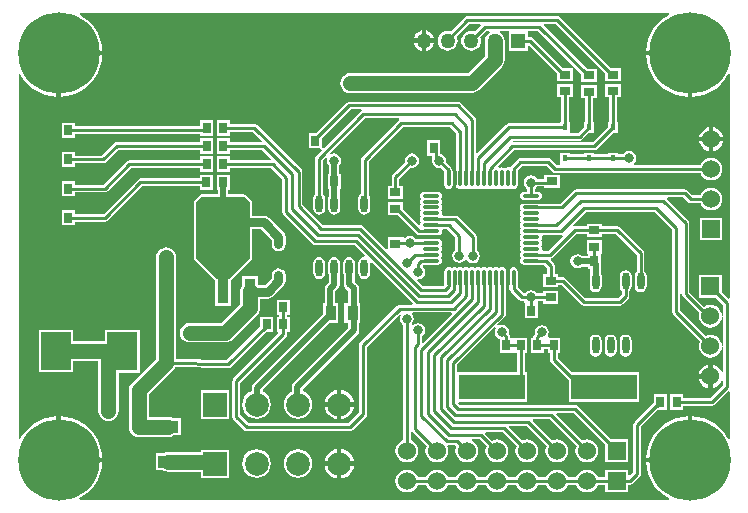
<source format=gbr>
%FSTAX23Y23*%
%MOIN*%
%SFA1B1*%

%IPPOS*%
%ADD10R,0.220000X0.083000*%
%ADD11R,0.027559X0.035433*%
%ADD12O,0.023622X0.057087*%
%ADD13R,0.037402X0.084646*%
%ADD14R,0.127953X0.084646*%
%ADD15O,0.011811X0.057087*%
%ADD16O,0.057087X0.011811*%
%ADD17R,0.035433X0.027559*%
%ADD18R,0.037402X0.051181*%
%ADD19R,0.066929X0.041339*%
%ADD20R,0.021654X0.017716*%
%ADD21R,0.017716X0.021654*%
%ADD22R,0.098425X0.125000*%
%ADD23C,0.050000*%
%ADD24C,0.010000*%
%ADD25C,0.020000*%
%ADD26C,0.030000*%
%ADD27C,0.009842*%
%ADD28C,0.019685*%
%ADD29C,0.060000*%
%ADD30R,0.060000X0.060000*%
%ADD31C,0.050000*%
%ADD32R,0.050000X0.050000*%
%ADD33C,0.078740*%
%ADD34R,0.078740X0.078740*%
%ADD35R,0.060000X0.060000*%
%ADD36C,0.271654*%
%ADD37C,0.039370*%
%ADD38C,0.031496*%
%LNpcb1_copper_signal_top-1*%
%LPD*%
G36*
X02179Y01628D02*
X02162Y01618D01*
X02144Y01603*
X02129Y01585*
X02117Y01566*
X02108Y01545*
X02103Y01522*
X02102Y01507*
X02248*
Y015*
X02255*
Y01354*
X0227Y01355*
X02293Y0136*
X02314Y01369*
X02334Y01381*
X02351Y01396*
X02366Y01414*
X02376Y0143*
X02381Y01429*
Y00682*
X02376Y0068*
X02354Y00702*
Y0076*
X02278*
Y00684*
X02336*
X02359Y0066*
Y00624*
X02354Y00624*
X02353Y00632*
X02349Y00641*
X02343Y00649*
X02335Y00655*
X02326Y00659*
X02316Y0066*
X02306Y00659*
X02297Y00655*
X02296Y00654*
X02246Y00703*
Y00934*
X02245Y00939*
X02242Y00943*
X02172Y01014*
X02174Y01019*
X02226*
X02241Y01004*
X02245Y01001*
X0225Y01*
X02283*
X02285Y00994*
X02291Y00986*
X02299Y0098*
X02308Y00976*
X02318Y00975*
X02328Y00976*
X02337Y0098*
X02345Y00986*
X02351Y00994*
X02355Y01003*
X02356Y01013*
X02355Y01023*
X02351Y01032*
X02345Y0104*
X02337Y01046*
X02328Y0105*
X02318Y01051*
X02308Y0105*
X02299Y01046*
X02291Y0104*
X02285Y01032*
X02283Y01026*
X02256*
X02241Y01041*
X02236Y01044*
X02231Y01045*
X01868*
X01863Y01044*
X01859Y01041*
X01816Y00998*
X01745*
X0174Y00999*
X01695*
X0169Y00998*
X01685Y00995*
X01682Y0099*
X01681Y00985*
X01682Y00979*
X01685Y00975*
X01682Y0097*
X01681Y00965*
X01682Y0096*
X01685Y00955*
X01682Y00951*
X01681Y00945*
X01682Y0094*
X01685Y00935*
X01682Y00931*
X01681Y00926*
X01682Y0092*
X01685Y00916*
X01682Y00911*
X01681Y00906*
X01682Y00901*
X01685Y00896*
X01682Y00892*
X01681Y00886*
X01682Y00881*
X01685Y00876*
X01682Y00872*
X01681Y00867*
X01682Y00861*
X01685Y00857*
X01682Y00852*
X01681Y00847*
X01682Y00842*
X01685Y00837*
X01682Y00833*
X01681Y00827*
X01682Y00822*
X01685Y00817*
X01682Y00813*
X01681Y00808*
X01682Y00802*
X01685Y00798*
X0169Y00795*
X01695Y00793*
X0174*
X01745Y00794*
X01761*
X01771Y00784*
Y00763*
X01758*
Y00719*
X01809*
Y00728*
X01818*
X01884Y00662*
X01888Y00659*
X01893Y00658*
X02013*
X02018Y00659*
X02023Y00662*
X02043Y00682*
X02045Y00686*
X02046Y00691*
Y00707*
X02047Y00708*
X02052Y00715*
X02053Y00722*
Y00756*
X02052Y00763*
X02047Y0077*
X02041Y00774*
X02033Y00776*
X02026Y00774*
X02019Y0077*
X02015Y00763*
X02013Y00756*
Y00722*
X02015Y00715*
X02019Y00708*
X0202Y00707*
Y00696*
X02008Y00684*
X01899*
X01832Y0075*
X01828Y00753*
X01823Y00754*
X01809*
Y00763*
X01797*
Y0079*
X01796Y00795*
X01794Y00799*
X01783Y00809*
X01785Y00815*
X01787Y00815*
X01791Y00818*
X01869Y00896*
X01903*
Y00888*
X01954*
Y00896*
X02*
X0207Y00826*
Y00771*
X02069Y0077*
X02065Y00763*
X02063Y00756*
Y00722*
X02065Y00715*
X02069Y00708*
X02076Y00704*
X02083Y00702*
X02091Y00704*
X02097Y00708*
X02102Y00715*
X02103Y00722*
Y00756*
X02102Y00763*
X02097Y0077*
X02096Y00771*
Y00832*
X02095Y00837*
X02093Y00841*
X02015Y00919*
X02011Y00921*
X02006Y00922*
X01954*
Y00931*
X01903*
Y00922*
X01864*
X0186Y00922*
X01857Y00926*
X01857Y00926*
X01901Y0097*
X02131*
X02189Y00911*
Y00636*
X0219Y00631*
X02193Y00627*
X02282Y00538*
X02279Y00532*
X02278Y00522*
X02279Y00512*
X02283Y00503*
X02289Y00495*
X02297Y00489*
X02306Y00485*
X02316Y00484*
X02326Y00485*
X02335Y00489*
X02343Y00495*
X02349Y00503*
X02353Y00512*
X02354Y0052*
X02359Y0052*
Y00436*
X02354Y00435*
X02351Y00442*
X02345Y0045*
X02336Y00457*
X02327Y00461*
X02324Y00461*
Y00422*
Y00382*
X02327Y00383*
X02336Y00387*
X02345Y00393*
X02351Y00402*
X02354Y00409*
X02359Y00408*
Y00392*
X02317Y0035*
X02225*
Y00362*
X02182*
Y00311*
X02225*
Y00324*
X02322*
X02327Y00325*
X02331Y00328*
X02376Y00373*
X02381Y00371*
Y00214*
X02376Y00213*
X02366Y00229*
X02351Y00247*
X02334Y00262*
X02314Y00274*
X02293Y00282*
X0227Y00288*
X02255Y00289*
Y00143*
X02248*
Y00135*
X02102*
X02103Y0012*
X02108Y00098*
X02117Y00077*
X02129Y00057*
X02144Y0004*
X02162Y00025*
X02178Y00015*
X02177Y0001*
X00214Y0001*
X00212Y00015*
X00229Y00025*
X00247Y0004*
X00262Y00057*
X00274Y00077*
X00282Y00098*
X00288Y0012*
X00289Y00135*
X00143*
Y00143*
X00135*
Y00289*
X0012Y00288*
X00098Y00282*
X00077Y00274*
X00057Y00262*
X0004Y00247*
X00025Y00229*
X00015Y00213*
X0001Y00214*
Y01429*
X00015Y0143*
X00025Y01414*
X0004Y01396*
X00057Y01381*
X00077Y01369*
X00098Y0136*
X0012Y01355*
X00135Y01354*
Y015*
X00143*
Y01507*
X00289*
X00288Y01522*
X00282Y01545*
X00274Y01566*
X00262Y01585*
X00247Y01603*
X00229Y01618*
X00213Y01628*
X00214Y01633*
X02177Y01633*
X02179Y01628*
G37*
G36*
X01825Y0089D02*
X01825Y00889D01*
X01776Y0084*
X01758*
X01754Y00845*
X01754Y00847*
X01753Y00852*
X0175Y00857*
X01753Y00861*
X01754Y00867*
X01753Y00872*
X0175Y00876*
X01753Y00881*
X01754Y00886*
X01754Y00888*
X01758Y00893*
X01819*
X01822Y00894*
X01825Y0089*
G37*
G36*
X02221Y00693D02*
X02224Y00689D01*
X0228Y00633*
X02279Y00632*
X02278Y00622*
X02279Y00612*
X02283Y00603*
X02289Y00595*
X02297Y00589*
X02306Y00585*
X02316Y00584*
X02326Y00585*
X02335Y00589*
X02343Y00595*
X02349Y00603*
X02353Y00612*
X02354Y0062*
X02359Y0062*
Y00524*
X02354Y00524*
X02353Y00532*
X02349Y00541*
X02343Y00549*
X02335Y00555*
X02326Y00559*
X02316Y0056*
X02306Y00559*
X023Y00556*
X02215Y00641*
Y00696*
X0222Y00696*
X02221Y00693*
G37*
%LNpcb1_copper_signal_top-2*%
%LPC*%
G36*
X01369Y01575D02*
Y01549D01*
X01395*
X01395Y0155*
X01392Y01558*
X01386Y01566*
X01379Y01571*
X0137Y01575*
X01369Y01575*
G37*
G36*
X01353Y01575D02*
X01352Y01575D01*
X01343Y01571*
X01336Y01566*
X0133Y01558*
X01327Y0155*
X01327Y01549*
X01353*
Y01575*
G37*
G36*
X01395Y01533D02*
X01369D01*
Y01507*
X0137Y01507*
X01379Y0151*
X01386Y01516*
X01392Y01523*
X01395Y01532*
X01395Y01533*
G37*
G36*
X01353D02*
X01327D01*
X01327Y01532*
X0133Y01523*
X01336Y01516*
X01343Y0151*
X01352Y01507*
X01353Y01507*
Y01533*
G37*
G36*
X01806Y01623D02*
X01506D01*
X01501Y01622*
X01497Y01619*
X0145Y01572*
X01448Y01573*
X0144Y01574*
X01431Y01573*
X01423Y0157*
X01416Y01564*
X01411Y01557*
X01408Y01549*
X01407Y01541*
X01408Y01532*
X01411Y01524*
X01416Y01517*
X01423Y01512*
X01431Y01509*
X0144Y01508*
X01448Y01509*
X01456Y01512*
X01463Y01517*
X01468Y01524*
X01472Y01532*
X01473Y01541*
X01472Y01549*
X0147Y01555*
X01512Y01597*
X01549*
X01551Y01592*
X01531Y01571*
X01527Y01573*
X01518Y01574*
X0151Y01573*
X01502Y0157*
X01495Y01564*
X0149Y01557*
X01486Y01549*
X01485Y01541*
X01486Y01532*
X0149Y01524*
X01495Y01517*
X01502Y01512*
X0151Y01509*
X01518Y01508*
X01527Y01509*
X01535Y01512*
X01542Y01517*
X01547Y01524*
X01551Y01532*
X01552Y01541*
X01551Y01549*
X01549Y01553*
X0157Y01574*
X01578*
X01578Y01574*
X0158Y01569*
X01574Y01564*
X01569Y01557*
X01565Y01549*
X01564Y01541*
Y0149*
X01508Y01434*
X01116*
X01108Y01433*
X011Y0143*
X01093Y01424*
X01092Y01423*
X01087Y01416*
X01083Y01408*
X01082Y014*
X01083Y01391*
X01087Y01383*
X01092Y01376*
X01099Y01371*
X01107Y01368*
X01115Y01367*
X01123Y01368*
X01522*
X01531Y01369*
X01539Y01372*
X01546Y01377*
X01621Y01452*
X01626Y01459*
X01629Y01467*
X0163Y01476*
Y01541*
Y01541*
X01629Y01549*
X01626Y01557*
X01621Y01564*
X01615Y01569*
X01616Y01574*
X01616Y01574*
X01643*
Y01508*
X01709*
Y01522*
X01714Y01524*
X01806Y01433*
Y01407*
X01857*
Y0145*
X01825*
X01725Y0155*
X01721Y01553*
X01716Y01554*
X01709*
Y01574*
X01741*
X01886Y01429*
Y01404*
X01937*
Y01447*
X01904*
X0176Y01592*
X01762Y01597*
X018*
X01966Y01431*
Y01407*
X02017*
Y0145*
X01984*
X01815Y01619*
X01811Y01622*
X01806Y01623*
G37*
G36*
X0224Y01492D02*
X02102D01*
X02103Y01477*
X02108Y01454*
X02117Y01433*
X02129Y01414*
X02144Y01396*
X02162Y01381*
X02181Y01369*
X02202Y0136*
X02225Y01355*
X0224Y01354*
Y01492*
G37*
G36*
X00289D02*
X00151D01*
Y01354*
X00166Y01355*
X00188Y0136*
X0021Y01369*
X00229Y01381*
X00247Y01396*
X00262Y01414*
X00274Y01433*
X00282Y01454*
X00288Y01477*
X00289Y01492*
G37*
G36*
X00658Y01275D02*
X00615D01*
Y01255*
X00197*
Y01267*
X00154*
Y01216*
X00197*
Y01229*
X00615*
Y01224*
X00658*
Y01275*
G37*
G36*
X02326Y01252D02*
Y01221D01*
X02358*
X02357Y01223*
X02353Y01233*
X02347Y01241*
X02338Y01248*
X02329Y01252*
X02326Y01252*
G37*
G36*
X0231D02*
X02308Y01252D01*
X02298Y01248*
X0229Y01241*
X02283Y01233*
X02279Y01223*
X02279Y01221*
X0231*
Y01252*
G37*
G36*
X00713Y01275D02*
X0067D01*
Y01224*
X00713*
Y01237*
X00791*
X0082Y01207*
X00818Y01203*
X00713*
Y01215*
X0067*
Y01164*
X00713*
Y01176*
X00822*
X00852Y01147*
X0085Y01142*
X00713*
Y01155*
X0067*
Y01104*
X00713*
Y01116*
X00851*
X00889Y01078*
Y00969*
X0089Y00964*
X00893Y0096*
X00989Y00864*
X00993Y00861*
X00998Y0086*
X01129*
X01163Y00825*
X01162Y00822*
X01161Y0082*
X01154Y00819*
X01147Y00814*
X01143Y00808*
X01141Y008*
Y00767*
X01143Y00759*
X01147Y00753*
X01154Y00748*
X01162Y00747*
X01169Y00748*
X01176Y00753*
X0118Y00759*
X01182Y00767*
Y008*
X01183Y00801*
X01186Y00802*
X01323Y00666*
X01321Y00661*
X0128*
X01275Y0066*
X01271Y00657*
X01149Y00535*
X01146Y00531*
X01145Y00526*
Y00301*
X01109Y00265*
X00777*
X00748Y00293*
Y004*
X00901Y00553*
X00904Y00557*
X00905Y00562*
Y00569*
X00913*
Y0062*
X00905*
Y00627*
X00914*
Y00678*
X00871*
Y00627*
X00879*
Y0062*
X0087*
Y00569*
X00873*
X00875Y00564*
X00726Y00415*
X00723Y00411*
X00722Y00406*
Y00288*
X00723Y00283*
X00726Y00279*
X00762Y00243*
X00766Y0024*
X00771Y00239*
X01114*
X01119Y0024*
X01124Y00243*
X01168Y00287*
X0117Y00291*
X01171Y00296*
Y0052*
X0128Y00629*
X01284Y00626*
X01282Y00623*
X0128Y00614*
X01282Y00605*
X01287Y00597*
X01291Y00594*
Y00209*
X01285Y00207*
X01277Y00201*
X01271Y00193*
X01267Y00184*
X01266Y00174*
X01267Y00164*
X01271Y00155*
X01277Y00147*
X01285Y00141*
X01294Y00137*
X01304Y00136*
X01314Y00137*
X01323Y00141*
X01331Y00147*
X01337Y00155*
X01341Y00164*
X01342Y00174*
X01341Y00184*
X01337Y00193*
X01331Y00201*
X01323Y00207*
X01317Y00209*
Y00236*
X01322Y00237*
X0137Y0019*
X01367Y00184*
X01366Y00174*
X01367Y00164*
X01371Y00155*
X01377Y00147*
X01385Y00141*
X01394Y00137*
X01404Y00136*
X01414Y00137*
X01423Y00141*
X01431Y00147*
X01437Y00155*
X01441Y00164*
X01442Y00174*
X01441Y00184*
X01439Y00189*
X01442Y00193*
X01466*
X01469Y00189*
X01467Y00184*
X01466Y00174*
X01467Y00164*
X01471Y00155*
X01477Y00147*
X01485Y00141*
X01494Y00137*
X01504Y00136*
X01514Y00137*
X01523Y00141*
X01531Y00147*
X01537Y00155*
X01541Y00164*
X01542Y00174*
X01541Y00184*
X01537Y00193*
X01531Y00201*
X01523Y00207*
X01519Y00209*
X0152Y00214*
X01546*
X0157Y0019*
X01567Y00184*
X01566Y00174*
X01567Y00164*
X01571Y00155*
X01577Y00147*
X01585Y00141*
X01594Y00137*
X01604Y00136*
X01614Y00137*
X01623Y00141*
X01631Y00147*
X01637Y00155*
X01641Y00164*
X01642Y00174*
X01641Y00184*
X01637Y00193*
X01631Y00201*
X01623Y00207*
X01614Y00211*
X01604Y00212*
X01594Y00211*
X01588Y00208*
X01566Y00231*
X01567Y00236*
X01624*
X0167Y0019*
X01667Y00184*
X01666Y00174*
X01667Y00164*
X01671Y00155*
X01677Y00147*
X01685Y00141*
X01694Y00137*
X01704Y00136*
X01714Y00137*
X01723Y00141*
X01731Y00147*
X01737Y00155*
X01741Y00164*
X01742Y00174*
X01741Y00184*
X01737Y00193*
X01731Y00201*
X01723Y00207*
X01714Y00211*
X01704Y00212*
X01694Y00211*
X01688Y00208*
X01645Y00252*
X01646Y00257*
X01703*
X0177Y0019*
X01767Y00184*
X01766Y00174*
X01767Y00164*
X01771Y00155*
X01777Y00147*
X01785Y00141*
X01794Y00137*
X01804Y00136*
X01814Y00137*
X01823Y00141*
X01831Y00147*
X01837Y00155*
X01841Y00164*
X01842Y00174*
X01841Y00184*
X01837Y00193*
X01831Y00201*
X01823Y00207*
X01814Y00211*
X01804Y00212*
X01794Y00211*
X01788Y00208*
X01723Y00274*
X01724Y00279*
X01781*
X0187Y0019*
X01867Y00184*
X01866Y00174*
X01867Y00164*
X01871Y00155*
X01877Y00147*
X01885Y00141*
X01894Y00137*
X01904Y00136*
X01914Y00137*
X01923Y00141*
X01931Y00147*
X01937Y00155*
X01941Y00164*
X01942Y00174*
X01941Y00184*
X01937Y00193*
X01931Y00201*
X01923Y00207*
X01914Y00211*
X01904Y00212*
X01894Y00211*
X01888Y00208*
X01802Y00295*
X01803Y003*
X0186*
X01966Y00193*
Y00136*
X02042*
Y00212*
X01985*
X01875Y00322*
X0187Y00325*
X01865Y00326*
X01481*
X01475Y00331*
X01477Y00336*
X01705*
Y00435*
X01697*
Y005*
X01706*
Y00551*
X01663*
X01662*
X01658Y00551*
X01649*
Y00554*
X01648Y00559*
X01646Y00563*
X01644Y00565*
X01645Y0057*
X01643Y0058*
X01638Y00587*
X0163Y00593*
X01621Y00594*
X01612Y00593*
X01609Y00591*
X01606Y00595*
X01629Y00618*
X01632Y00623*
X01633Y00628*
Y00722*
X01634Y00727*
Y00772*
X01633Y00777*
X0163Y00782*
X01626Y00785*
X0162Y00786*
X01615Y00785*
X0161Y00782*
X01606Y00785*
X016Y00786*
X01595Y00785*
X01591Y00782*
X01586Y00785*
X01581Y00786*
X01575Y00785*
X01571Y00782*
X01566Y00785*
X01561Y00786*
X01556Y00785*
X01551Y00782*
X01547Y00785*
X01541Y00786*
X01536Y00785*
X01532Y00782*
X01527Y00785*
X01522Y00786*
X01516Y00785*
X01512Y00782*
X01507Y00785*
X01502Y00786*
X01497Y00785*
X01492Y00782*
X01488Y00785*
X01482Y00786*
X01477Y00785*
X01472Y00782*
X01468Y00785*
X01463Y00786*
X01457Y00785*
X01453Y00782*
X01448Y00785*
X01443Y00786*
X01438Y00785*
X01433Y00782*
X0143Y00777*
X01429Y00772*
Y00728*
X01425Y00724*
X01356*
X01338Y00742*
X01341Y00746*
X01341Y00746*
X0135Y00748*
X01358Y00753*
X01363Y00761*
X01365Y0077*
X01363Y00779*
X01358Y00787*
X01359Y00792*
X01362Y00794*
X01362Y00793*
X01408*
X01413Y00795*
X01417Y00798*
X01421Y00802*
X01422Y00808*
X01421Y00813*
X01418Y00817*
X01421Y00822*
X01422Y00827*
X01421Y00833*
X01418Y00837*
X01421Y00842*
X01422Y00847*
X01421Y00852*
X01418Y00857*
X01421Y00861*
X01422Y00867*
X01421Y00872*
X01417Y00877*
X01413Y0088*
X01408Y00881*
X01362*
X01359Y0088*
X01334*
X01331Y00884*
X01323Y00889*
X01314Y00891*
X01305Y00889*
X01297Y00884*
X01297Y00883*
X01292Y00885*
Y00885*
X01241*
Y00846*
X01236Y00844*
X01158Y00922*
X01154Y00925*
X01149Y00926*
X01025*
X00956Y00994*
Y01103*
X00955Y01108*
X00953Y01112*
X00806Y01259*
X00801Y01262*
X00796Y01263*
X00713*
Y01275*
G37*
G36*
X02017Y01395D02*
X01966D01*
Y01352*
X01978*
Y01271*
X01975*
Y01254*
X01923Y01202*
X0166*
X01657Y01207*
X01657Y01208*
X0188*
X01885Y01209*
X01889Y01212*
X01911Y01233*
X01928*
Y01271*
X01924*
Y01349*
X01937*
Y01392*
X01886*
Y01349*
X01898*
Y01271*
X01895*
Y01254*
X01875Y01234*
X01848*
Y01271*
X01844*
Y01352*
X01857*
Y01395*
X01806*
Y01352*
X01818*
Y01271*
X01815*
Y01265*
X01643*
X01638Y01264*
X01633Y01261*
X01539Y01167*
X01535Y01169*
Y01277*
X01534Y01282*
X01531Y01287*
X01484Y01334*
X01479Y01337*
X01474Y01338*
X01112*
X01107Y01337*
X01103Y01334*
X01002Y01233*
X00977*
Y01182*
X01015*
X01016*
X01021Y01178*
X01021Y01176*
X01002Y01157*
X00999Y01153*
X00998Y01148*
Y0103*
X00997Y01029*
X00993Y01022*
X00991Y01015*
Y00981*
X00993Y00974*
X00997Y00967*
X01004Y00963*
X01012Y00961*
X01019Y00963*
X01026Y00967*
X0103Y00974*
X01032Y00981*
Y01015*
X0103Y01022*
X01026Y01029*
X01025Y0103*
Y01143*
X01035Y01153*
X01039Y0115*
X01037Y01141*
X01039Y01132*
X01043Y01125*
Y01097*
X0104*
Y01046*
X01044*
Y01023*
X01043Y01022*
X01041Y01015*
Y00981*
X01043Y00974*
X01047Y00967*
X01054Y00963*
X01062Y00961*
X01069Y00963*
X01076Y00967*
X0108Y00974*
X01082Y00981*
Y01015*
X0108Y01022*
X0108Y01023*
Y01046*
X01083*
Y01097*
X01079*
Y01125*
X01083Y01132*
X01085Y01141*
X01083Y0115*
X01078Y01158*
X0107Y01163*
X01061Y01165*
X01052Y01163*
X01049Y01167*
X01164Y01282*
X01278*
X01279Y01277*
X01277Y01275*
X01154Y01152*
X01151Y01148*
X0115Y01143*
Y01031*
X01147Y01029*
X01143Y01022*
X01141Y01015*
Y00981*
X01143Y00974*
X01147Y00967*
X01154Y00963*
X01162Y00961*
X01169Y00963*
X01176Y00967*
X0118Y00974*
X01182Y00981*
Y01015*
X0118Y01022*
X01177Y01028*
Y01138*
X01292Y01253*
X01449*
X01469Y01232*
Y01109*
X01468Y01105*
Y0106*
X01469Y01054*
X01472Y0105*
X01477Y01047*
X01482Y01045*
X01488Y01047*
X01492Y0105*
X01497Y01047*
X01502Y01045*
X01507Y01047*
X01512Y0105*
X01516Y01047*
X01522Y01045*
X01527Y01047*
X01532Y0105*
X01536Y01047*
X01541Y01045*
X01547Y01047*
X01551Y0105*
X01556Y01047*
X01561Y01045*
X01566Y01047*
X01571Y0105*
X01575Y01047*
X01581Y01045*
X01586Y01047*
X01591Y0105*
X01595Y01047*
X016Y01045*
X01606Y01047*
X0161Y0105*
X01615Y01047*
X0162Y01045*
X01626Y01047*
X0163Y0105*
X01634Y01047*
X0164Y01045*
X01645Y01047*
X0165Y0105*
X01654Y01047*
X0166Y01045*
X01665Y01047*
X01669Y0105*
X01672Y01054*
X01674Y0106*
Y01105*
X01673Y01109*
X01688Y01124*
X0177*
X0179Y01104*
X01794Y01101*
X01799Y011*
X02283*
X02285Y01094*
X02291Y01086*
X02299Y0108*
X02308Y01076*
X02318Y01075*
X02328Y01076*
X02337Y0108*
X02345Y01086*
X02351Y01094*
X02355Y01103*
X02356Y01113*
X02355Y01123*
X02351Y01132*
X02345Y0114*
X02337Y01146*
X02328Y0115*
X02318Y01151*
X02308Y0115*
X02299Y01146*
X02291Y0114*
X02285Y01132*
X02283Y01126*
X02061*
X0206Y01131*
X02062Y01133*
X02067Y01141*
X02069Y0115*
X02067Y01159*
X02062Y01167*
X02054Y01172*
X02045Y01174*
X02036Y01172*
X02028Y01167*
X02026Y01163*
X02008*
Y01168*
X01975*
Y01163*
X01928*
Y01168*
X01895*
Y01163*
X01848*
Y01168*
X01815*
Y01131*
X01814Y01126*
X01805*
X01785Y01146*
X0178Y01149*
X01775Y0115*
X01682*
X01677Y01149*
X01673Y01146*
X0165Y01123*
X01647Y01119*
X01642Y01118*
X0164Y01119*
X01634Y01118*
X0163Y01115*
X01626Y01118*
X0162Y01119*
X01615Y01118*
X01613Y01117*
X0161Y01118*
X01609Y01124*
X01661Y01176*
X01928*
X01933Y01177*
X01937Y0118*
X01991Y01233*
X02008*
Y01271*
X02004*
Y01352*
X02017*
Y01395*
G37*
G36*
X02358Y01205D02*
X02326D01*
Y01173*
X02329Y01174*
X02338Y01178*
X02347Y01184*
X02353Y01193*
X02357Y01202*
X02358Y01205*
G37*
G36*
X0231D02*
X02279D01*
X02279Y01202*
X02283Y01193*
X0229Y01184*
X02298Y01178*
X02308Y01174*
X0231Y01173*
Y01205*
G37*
G36*
X00658Y01215D02*
X00615D01*
Y01203*
X00337*
X00332Y01202*
X00328Y01199*
X00287Y01158*
X00197*
Y0117*
X00154*
Y01119*
X00197*
Y01132*
X00292*
X00297Y01133*
X00302Y01136*
X00342Y01176*
X00615*
Y01164*
X00658*
Y01215*
G37*
G36*
X01321Y01165D02*
X01312Y01163D01*
X01304Y01158*
X01299Y0115*
X01297Y01141*
X01298Y01136*
X01257Y01095*
X01254Y01091*
X01253Y01086*
Y01058*
X01241*
Y01014*
X01292*
Y01058*
X01279*
Y0108*
X01317Y01118*
X01321Y01117*
X0133Y01119*
X01338Y01124*
X01343Y01132*
X01345Y01141*
X01343Y0115*
X01338Y01158*
X0133Y01163*
X01321Y01165*
G37*
G36*
X00658Y01155D02*
X00615D01*
Y01142*
X00379*
X00374Y01141*
X00369Y01138*
X00292Y01061*
X00197*
Y01073*
X00154*
Y01022*
X00197*
Y01035*
X00297*
X00302Y01036*
X00307Y01039*
X00384Y01116*
X00615*
Y01104*
X00658*
Y01155*
G37*
G36*
X01813Y01094D02*
X01762D01*
Y01081*
X01737*
X01735Y01085*
X01727Y0109*
X01718Y01092*
X01708Y0109*
X01701Y01085*
X01695Y01077*
X01693Y01068*
X01695Y01059*
X01701Y01051*
X01704Y01048*
Y01038*
X01695*
X0169Y01037*
X01685Y01034*
X01682Y01029*
X01681Y01024*
X01682Y01019*
X01685Y01014*
X0169Y01011*
X01695Y0101*
X0174*
X01746Y01011*
X0175Y01014*
X01753Y01019*
X01754Y01024*
X01753Y01029*
X0175Y01034*
X01746Y01037*
X0174Y01038*
X01731*
Y01048*
X01735Y01051*
X01737Y01055*
X01762*
Y0105*
X01813*
Y01094*
G37*
G36*
X01416Y01209D02*
X01372D01*
Y01158*
X01388*
Y01151*
X01389Y01146*
X01389Y01146*
X01388Y0114*
X0139Y01131*
X01395Y01123*
X01403Y01118*
X01412Y01116*
X01417Y01117*
X01429Y01105*
Y0106*
X0143Y01054*
X01433Y0105*
X01438Y01047*
X01443Y01045*
X01448Y01047*
X01453Y0105*
X01456Y01054*
X01457Y0106*
Y01105*
X01456Y0111*
X01456Y0111*
X01455Y01114*
X01452Y01118*
X01435Y01135*
X01436Y0114*
X01434Y01149*
X01429Y01157*
X01421Y01162*
X01416Y01163*
Y01209*
G37*
G36*
X00658Y01094D02*
X00614D01*
Y01082*
X00416*
X00411Y01081*
X00407Y01078*
X00293Y00964*
X00197*
Y00976*
X00154*
Y00925*
X00197*
Y00938*
X00298*
X00303Y00939*
X00308Y00942*
X00422Y01056*
X00614*
Y01043*
X00658*
Y01094*
G37*
G36*
X00713D02*
X0067D01*
Y01043*
X00673*
Y01029*
X00619*
X00619*
X00616Y01028*
X00614Y01026*
X00596Y01008*
X00594Y01006*
X00593Y01003*
Y00817*
Y00817*
X00594Y00814*
X00596Y00811*
X00596*
X00665Y00742*
Y00656*
X00718*
Y00742*
X00787Y00811*
X00789Y00814*
X00789Y00817*
Y00912*
X00819*
X00853Y00878*
Y00862*
X00855Y00853*
X0086Y00846*
Y00843*
X00863*
X00867Y0084*
X00876Y00839*
X00885Y0084*
X00889Y00843*
X00893*
Y00846*
X00898Y00853*
X009Y00862*
Y00888*
X00898Y00897*
X00893Y00904*
X00846Y00951*
X00838Y00957*
X00829Y00958*
X00789*
Y01002*
X00789Y01005*
X00787Y01007*
X00768Y01026*
X00765Y01028*
X00762Y01029*
X00709Y01029*
Y01043*
X00713*
Y01094*
G37*
G36*
X01408Y01038D02*
X01362D01*
X01357Y01037*
X01352Y01034*
X01349Y01029*
X01348Y01024*
X01349Y01019*
X01352Y01014*
X01349Y0101*
X01348Y01004*
X01349Y00999*
X01352Y00995*
X01349Y0099*
X01348Y00985*
X01349Y00979*
X01352Y00975*
X01349Y0097*
X01348Y00965*
X01349Y0096*
X01352Y00955*
X01349Y00951*
X01348Y00945*
X01349Y0094*
X01352Y00935*
X01349Y00931*
X01349Y00928*
X01343Y00926*
X01292Y00978*
Y01002*
X01241*
Y00959*
X01273*
X01335Y00897*
X0134Y00894*
X01345Y00893*
X01357*
X01357Y00893*
X01362Y00892*
X01408*
X01413Y00893*
X01417Y00896*
X01421Y00901*
X01422Y00906*
X01421Y00908*
X01425Y00913*
X01438*
X01466Y00884*
Y00843*
X01462Y00841*
X01457Y00833*
X01455Y00824*
X01457Y00815*
X01462Y00807*
X0147Y00802*
X01479Y008*
X01488Y00802*
X01496Y00807*
X01498Y0081*
X01504*
X01507Y00807*
X01515Y00801*
X01524Y00799*
X01533Y00801*
X01541Y00807*
X01546Y00814*
X01548Y00824*
X01546Y00833*
X01541Y00841*
X01537Y00843*
Y00887*
X01536Y00892*
X01533Y00897*
X01475Y00955*
X01471Y00957*
X01466Y00958*
X01425*
X01421Y00963*
X01422Y00965*
X01421Y0097*
X01418Y00975*
X01421Y00979*
X01422Y00985*
X01421Y0099*
X01418Y00995*
X01421Y00999*
X01422Y01004*
X01421Y0101*
X01418Y01014*
X01421Y01019*
X01422Y01024*
X01421Y01029*
X01417Y01034*
X01413Y01037*
X01408Y01038*
G37*
G36*
X02356Y00951D02*
X0228D01*
Y00875*
X02356*
Y00951*
G37*
G36*
X01954Y00876D02*
X01903D01*
Y00833*
X01907Y00831*
Y00824*
X01889*
X01882Y00828*
X01873Y0083*
X01864Y00828*
X01856Y00823*
X01851Y00815*
X01849Y00806*
X01851Y00797*
X01856Y00789*
X01864Y00784*
X01873Y00782*
X01882Y00784*
X01889Y00788*
X01907*
Y0078*
X01915*
Y00764*
X01915Y00763*
X01913Y00756*
Y00722*
X01915Y00715*
X01919Y00708*
X01926Y00704*
X01933Y00702*
X01941Y00704*
X01947Y00708*
X01952Y00715*
X01953Y00722*
Y00756*
X01952Y00763*
X01951Y00764*
Y00797*
X0195Y00804*
X0195Y00804*
Y00831*
X01954Y00833*
Y00876*
G37*
G36*
X01012Y0082D02*
X01004Y00819D01*
X00997Y00814*
X00993Y00808*
X00991Y008*
Y00767*
X00993Y00759*
X00997Y00753*
X01004Y00748*
X01012Y00747*
X01019Y00748*
X01026Y00753*
X0103Y00759*
X01032Y00767*
Y008*
X0103Y00808*
X01026Y00814*
X01019Y00819*
X01012Y0082*
G37*
G36*
X00876Y00783D02*
X00867Y00781D01*
X00863Y00778*
X0086*
Y00776*
X00855Y00769*
X00853Y0076*
Y0075*
X0083Y00727*
X00808*
Y00757*
X00755*
Y00726*
X00753Y00723*
X0075Y00715*
X00749Y00707*
Y00664*
X00685Y00601*
X0058*
X00572Y006*
X00564Y00597*
X00557Y00591*
X00552Y00584*
X00548Y00576*
X00547Y00568*
X00548Y00559*
X00552Y00551*
X00557Y00544*
X00564Y00539*
X00572Y00536*
X0058Y00535*
X00699*
X00708Y00536*
X00716Y00539*
X00723Y00544*
X00805Y00627*
X0081Y00634*
X00814Y00642*
X00815Y0065*
Y00681*
X0084*
X00848Y00683*
X00856Y00688*
X00893Y00724*
X00898Y00732*
X009Y00741*
Y0076*
X00898Y00769*
X00893Y00776*
Y00778*
X00889*
X00885Y00781*
X00876Y00783*
G37*
G36*
X0166Y00786D02*
X01654Y00785D01*
X0165Y00782*
X01647Y00777*
X01645Y00772*
Y00727*
X01646Y00722*
Y00714*
X01647Y00709*
X0165Y00704*
X01679Y00676*
X01683Y00673*
X01688Y00672*
X01694*
X01695Y00671*
X01697Y00666*
Y00615*
X0174*
Y00666*
X01741Y00671*
X01742Y00673*
X01758*
Y00664*
X01809*
Y00707*
X01758*
Y00699*
X01738*
X01735Y00703*
X01727Y00708*
X01718Y0071*
X01709Y00708*
X01701Y00703*
X01698Y00698*
X01693*
X01673Y00719*
Y00722*
X01674Y00727*
Y00772*
X01672Y00777*
X01669Y00782*
X01665Y00785*
X0166Y00786*
G37*
G36*
X02033Y00561D02*
X02026Y0056D01*
X02019Y00555*
X02015Y00549*
X02013Y00541*
Y00508*
X02015Y005*
X02019Y00494*
X02026Y00489*
X02033Y00488*
X02041Y00489*
X02047Y00494*
X02052Y005*
X02053Y00508*
Y00541*
X02052Y00549*
X02047Y00555*
X02041Y0056*
X02033Y00561*
G37*
G36*
X01983D02*
X01976Y0056D01*
X01969Y00555*
X01965Y00549*
X01963Y00541*
Y00508*
X01965Y005*
X01969Y00494*
X01976Y00489*
X01983Y00488*
X01991Y00489*
X01997Y00494*
X02002Y005*
X02003Y00508*
Y00541*
X02002Y00549*
X01997Y00555*
X01991Y0056*
X01983Y00561*
G37*
G36*
X01933D02*
X01926Y0056D01*
X01919Y00555*
X01915Y00549*
X01913Y00541*
Y00508*
X01915Y005*
X01919Y00494*
X01926Y00489*
X01933Y00488*
X01941Y00489*
X01947Y00494*
X01952Y005*
X01953Y00508*
Y00541*
X01952Y00549*
X01947Y00555*
X01941Y0056*
X01933Y00561*
G37*
G36*
X00501Y00852D02*
X00493Y00851D01*
X00485Y00848*
X00478Y00842*
X00473Y00835*
X00469Y00827*
X00468Y00819*
Y00481*
X00388Y004*
X00382Y00393*
X00379Y00385*
X00378Y00377*
Y00252*
X00379Y00244*
X00382Y00236*
X00388Y00229*
X00395Y00224*
X00403Y0022*
X00411Y00219*
X00418Y0022*
X00508*
X00517Y00221*
X00525Y00225*
X00525Y00225*
X0055*
Y00282*
X00525*
X00525Y00282*
X00517Y00285*
X00508Y00286*
X00444*
Y00363*
X00525Y00443*
X0053Y0045*
X00531Y00453*
X00707Y00449*
X00707Y00449*
X00708Y00449*
X0071Y00449*
X00712Y0045*
X00712Y0045*
X00713Y0045*
X00715Y00451*
X00717Y00452*
X00717Y00452*
X00717Y00453*
X00833Y00569*
X00858*
Y0062*
X00815*
Y00588*
X00702Y00475*
X00534Y00479*
Y00819*
X00533Y00827*
X0053Y00835*
X00525Y00842*
X00518Y00848*
X0051Y00851*
X00501Y00852*
G37*
G36*
X02308Y00461D02*
X02306Y00461D01*
X02296Y00457*
X02288Y0045*
X02281Y00442*
X02277Y00432*
X02277Y0043*
X02308*
Y00461*
G37*
G36*
Y00414D02*
X02277D01*
X02277Y00411*
X02281Y00402*
X02288Y00393*
X02296Y00387*
X02306Y00383*
X02308Y00382*
Y00414*
G37*
G36*
X01754Y00593D02*
X01745Y00591D01*
X01737Y00586*
X01732Y00578*
X0173Y00569*
X01731Y00564*
X0173Y00563*
X01727Y00559*
X01726Y00554*
Y00551*
X01718*
Y005*
X01761*
Y00513*
X01773*
Y005*
X01781*
Y00478*
X01782Y00473*
X01785Y00469*
X01843Y0041*
Y00336*
X02079*
Y00435*
X01855*
X01807Y00483*
Y005*
X01816*
Y00551*
X01777*
X01774Y00556*
X01776Y0056*
X01778Y00569*
X01776Y00578*
X01771Y00586*
X01763Y00591*
X01754Y00593*
G37*
G36*
X01086Y00377D02*
Y00336D01*
X01127*
X01127Y00341*
X01122Y00353*
X01114Y00363*
X01104Y00371*
X01092Y00376*
X01086Y00377*
G37*
G36*
X01071D02*
X01066Y00376D01*
X01054Y00371*
X01043Y00363*
X01035Y00353*
X01031Y00341*
X0103Y00336*
X01071*
Y00377*
G37*
G36*
X00712Y00375D02*
X00618D01*
Y00281*
X00712*
Y00375*
G37*
G36*
X01112Y0082D02*
X01104Y00819D01*
X01097Y00814*
X01093Y00808*
X01091Y008*
Y00767*
X01093Y00759*
X01093Y00759*
Y0073*
Y0073*
X01095Y00723*
X01099Y00718*
X01109Y00707*
Y00666*
X01096*
Y00599*
X01109*
Y00582*
X00926Y00399*
X00922Y00394*
X00921Y00387*
Y00371*
X00917Y00369*
X00907Y00362*
X009Y00352*
X00895Y0034*
X00893Y00328*
X00895Y00316*
X009Y00304*
X00907Y00294*
X00917Y00287*
X00928Y00282*
X00941Y0028*
X00953Y00282*
X00965Y00287*
X00975Y00294*
X00982Y00304*
X00987Y00316*
X00988Y00328*
X00987Y0034*
X00982Y00352*
X00975Y00362*
X00965Y00369*
X00957Y00372*
Y00379*
X0114Y00562*
X01144Y00568*
X01145Y00575*
Y00599*
X01149*
Y00666*
X01145*
Y00715*
X01144Y00722*
X0114Y00728*
X0113Y00738*
Y00759*
X0113Y00759*
X01132Y00767*
Y008*
X0113Y00808*
X01126Y00814*
X01119Y00819*
X01112Y0082*
G37*
G36*
X01062D02*
X01054Y00819D01*
X01047Y00814*
X01043Y00808*
X01041Y008*
Y00767*
X01043Y00759*
X01043Y00759*
Y00734*
X01035Y00726*
X01031Y0072*
X0103Y00713*
Y00666*
X01023*
Y00628*
X00792Y00397*
X00788Y00391*
X00787Y00384*
Y00384*
Y00372*
X00779Y00369*
X00769Y00362*
X00762Y00352*
X00757Y0034*
X00755Y00328*
X00757Y00316*
X00762Y00304*
X00769Y00294*
X00779Y00287*
X00791Y00282*
X00803Y0028*
X00815Y00282*
X00827Y00287*
X00837Y00294*
X00844Y00304*
X00849Y00316*
X00851Y00328*
X00849Y0034*
X00844Y00352*
X00837Y00362*
X00827Y00369*
X00823Y00371*
Y00377*
X01046Y00599*
X01076*
Y00666*
X01066*
Y00705*
X01074Y00713*
Y00713*
X01078Y00719*
X0108Y00726*
Y00759*
X0108Y00759*
X01082Y00767*
Y008*
X0108Y00808*
X01076Y00814*
X01069Y00819*
X01062Y0082*
G37*
G36*
X01127Y0032D02*
X01086D01*
Y00279*
X01092Y0028*
X01104Y00285*
X01114Y00293*
X01122Y00303*
X01127Y00315*
X01127Y0032*
G37*
G36*
X01071D02*
X0103D01*
X01031Y00315*
X01035Y00303*
X01043Y00293*
X01054Y00285*
X01066Y0028*
X01071Y00279*
Y0032*
G37*
G36*
X00191Y00576D02*
X00077D01*
Y00435*
X00191*
Y00474*
X00276*
Y00306*
X00277Y00297*
X00281Y00289*
X00286Y00282*
X00293Y00277*
X00301Y00274*
X00309Y00273*
X00318Y00274*
X00326Y00277*
X00333Y00282*
X00338Y00289*
X00341Y00297*
X00343Y00306*
Y00434*
X00413*
Y00575*
X00299*
Y00541*
X00191*
Y00576*
G37*
G36*
X0224Y00289D02*
X02225Y00288D01*
X02202Y00282*
X02181Y00274*
X02162Y00262*
X02144Y00247*
X02129Y00229*
X02117Y0021*
X02108Y00188*
X02103Y00166*
X02102Y00151*
X0224*
Y00289*
G37*
G36*
X00151D02*
Y00151D01*
X00289*
X00288Y00166*
X00282Y00188*
X00274Y0021*
X00262Y00229*
X00247Y00247*
X00229Y00262*
X0021Y00274*
X00188Y00282*
X00166Y00288*
X00151Y00289*
G37*
G36*
X01086Y0018D02*
Y00139D01*
X01127*
X01127Y00144*
X01122Y00156*
X01114Y00166*
X01104Y00174*
X01092Y00179*
X01086Y0018*
G37*
G36*
X01071D02*
X01066Y00179D01*
X01054Y00174*
X01043Y00166*
X01035Y00156*
X01031Y00144*
X0103Y00139*
X01071*
Y0018*
G37*
G36*
X0217Y00362D02*
X02127D01*
Y00333*
X02126Y00333*
X02063Y0027*
X0206Y00266*
X02059Y00261*
Y00103*
X02047Y00091*
X02042Y00093*
Y00111*
X01966*
Y00087*
X0194*
X01937Y00092*
X01931Y001*
X01923Y00106*
X01914Y0011*
X01904Y00111*
X01894Y0011*
X01885Y00106*
X01877Y001*
X01871Y00092*
X01869Y00087*
X0184*
X01837Y00092*
X01831Y001*
X01823Y00106*
X01814Y0011*
X01804Y00111*
X01794Y0011*
X01785Y00106*
X01777Y001*
X01771Y00092*
X01769Y00087*
X0174*
X01737Y00092*
X01731Y001*
X01723Y00106*
X01714Y0011*
X01704Y00111*
X01694Y0011*
X01685Y00106*
X01677Y001*
X01671Y00092*
X01669Y00087*
X0164*
X01637Y00092*
X01631Y001*
X01623Y00106*
X01614Y0011*
X01604Y00111*
X01594Y0011*
X01585Y00106*
X01577Y001*
X01571Y00092*
X01569Y00087*
X0154*
X01537Y00092*
X01531Y001*
X01523Y00106*
X01514Y0011*
X01504Y00111*
X01494Y0011*
X01485Y00106*
X01477Y001*
X01471Y00092*
X01469Y00087*
X0144*
X01437Y00092*
X01431Y001*
X01423Y00106*
X01414Y0011*
X01404Y00111*
X01394Y0011*
X01385Y00106*
X01377Y001*
X01371Y00092*
X01369Y00087*
X0134*
X01337Y00092*
X01331Y001*
X01323Y00106*
X01314Y0011*
X01304Y00111*
X01294Y0011*
X01285Y00106*
X01277Y001*
X01271Y00092*
X01267Y00083*
X01266Y00073*
X01267Y00063*
X01271Y00054*
X01277Y00046*
X01285Y0004*
X01294Y00036*
X01304Y00035*
X01314Y00036*
X01323Y0004*
X01331Y00046*
X01337Y00054*
X0134Y00061*
X01368*
X01371Y00054*
X01377Y00046*
X01385Y0004*
X01394Y00036*
X01404Y00035*
X01414Y00036*
X01423Y0004*
X01431Y00046*
X01437Y00054*
X0144Y00061*
X01468*
X01471Y00054*
X01477Y00046*
X01485Y0004*
X01494Y00036*
X01504Y00035*
X01514Y00036*
X01523Y0004*
X01531Y00046*
X01537Y00054*
X0154Y00061*
X01568*
X01571Y00054*
X01577Y00046*
X01585Y0004*
X01594Y00036*
X01604Y00035*
X01614Y00036*
X01623Y0004*
X01631Y00046*
X01637Y00054*
X0164Y00061*
X01668*
X01671Y00054*
X01677Y00046*
X01685Y0004*
X01694Y00036*
X01704Y00035*
X01714Y00036*
X01723Y0004*
X01731Y00046*
X01737Y00054*
X0174Y00061*
X01768*
X01771Y00054*
X01777Y00046*
X01785Y0004*
X01794Y00036*
X01804Y00035*
X01814Y00036*
X01823Y0004*
X01831Y00046*
X01837Y00054*
X0184Y00061*
X01868*
X01871Y00054*
X01877Y00046*
X01885Y0004*
X01894Y00036*
X01904Y00035*
X01914Y00036*
X01923Y0004*
X01931Y00046*
X01937Y00054*
X0194Y00061*
X01966*
Y00035*
X02042*
Y00061*
X02049*
X02054Y00062*
X02058Y00065*
X02081Y00089*
X02084Y00093*
X02085Y00098*
Y00255*
X02141Y00311*
X0217*
Y00362*
G37*
G36*
X00712Y00178D02*
X00618D01*
Y0017*
X00508*
X005Y00169*
X00492Y00166*
X00491Y00166*
X00467*
Y00109*
X00491*
X00492Y00108*
X005Y00105*
X00508Y00104*
X00618*
Y00084*
X00712*
Y00178*
G37*
G36*
X00941Y00179D02*
X00928Y00177D01*
X00917Y00172*
X00907Y00165*
X009Y00155*
X00895Y00143*
X00893Y00131*
X00895Y00119*
X009Y00107*
X00907Y00097*
X00917Y0009*
X00928Y00085*
X00941Y00083*
X00953Y00085*
X00965Y0009*
X00975Y00097*
X00982Y00107*
X00987Y00119*
X00988Y00131*
X00987Y00143*
X00982Y00155*
X00975Y00165*
X00965Y00172*
X00953Y00177*
X00941Y00179*
G37*
G36*
X00803D02*
X00791Y00177D01*
X00779Y00172*
X00769Y00165*
X00762Y00155*
X00757Y00143*
X00755Y00131*
X00757Y00119*
X00762Y00107*
X00769Y00097*
X00779Y0009*
X00791Y00085*
X00803Y00083*
X00815Y00085*
X00827Y0009*
X00837Y00097*
X00844Y00107*
X00849Y00119*
X00851Y00131*
X00849Y00143*
X00844Y00155*
X00837Y00165*
X00827Y00172*
X00815Y00177*
X00803Y00179*
G37*
G36*
X01127Y00123D02*
X01086D01*
Y00082*
X01092Y00083*
X01104Y00088*
X01114Y00096*
X01122Y00106*
X01127Y00118*
X01127Y00123*
G37*
G36*
X01071D02*
X0103D01*
X01031Y00118*
X01035Y00106*
X01043Y00096*
X01054Y00088*
X01066Y00083*
X01071Y00082*
Y00123*
G37*
%LNpcb1_copper_signal_top-3*%
%LPD*%
G36*
X01454Y0063D02*
X01358Y00534D01*
X01354Y00536*
Y00556*
X01358Y00559*
X01363Y00567*
X01365Y00576*
X01363Y00585*
X01358Y00593*
X0135Y00598*
X01341Y006*
X01332Y00598*
X01325Y00593*
X01321Y00597*
X01326Y00605*
X01328Y00614*
X01326Y00623*
X01322Y0063*
X01324Y00635*
X01452*
X01454Y0063*
G37*
G36*
X016Y00582D02*
X01598Y0058D01*
X01597Y0057*
X01598Y00561*
X01604Y00553*
X01612Y00548*
X01615Y00547*
Y005*
X01657*
X01658*
X01662Y005*
X01671*
Y00435*
X01471*
Y0046*
X01596Y00585*
X016Y00582*
G37*
G36*
X01153Y01307D02*
X01153Y01307D01*
X01149Y01304*
X01027Y01182*
X01025Y01182*
X0102Y01186*
Y01215*
X01117Y01312*
X0115*
X01153Y01307*
G37*
G36*
X00762Y01021D02*
X00781Y01002D01*
Y00817*
X0071Y00746*
X00672*
X00601Y00817*
Y01003*
X00619Y01021*
X00762*
G37*
G54D10*
X01587Y00386D03*
X01961D03*
G54D11*
X02148Y00337D03*
X02203D03*
X00892Y00595D03*
X00837D03*
X00947Y00653D03*
X00892D03*
X00637Y01129D03*
X00692D03*
X00637Y01189D03*
X00692D03*
X00637Y0125D03*
X00692D03*
X01739Y00526D03*
X01684D03*
X00944Y01208D03*
X00999D03*
X00691Y01069D03*
X00636D03*
X0012Y01048D03*
X00175D03*
X0012Y01145D03*
X00175D03*
X0012Y01242D03*
X00175D03*
X0012Y00951D03*
X00175D03*
X01663Y00641D03*
X01718D03*
X01449Y01184D03*
X01394D03*
X01928Y00806D03*
X01983D03*
X01636Y00526D03*
X01581D03*
X01794D03*
X01849D03*
X01116Y01072D03*
X01061D03*
G54D12*
X01933Y00525D03*
X01983D03*
X02033D03*
X02083D03*
X01933Y00739D03*
X01983D03*
X02033D03*
X02083D03*
X01162Y00998D03*
X01112D03*
X01062D03*
X01012D03*
X01162Y00784D03*
X01112D03*
X01062D03*
X01012D03*
G54D13*
X00601Y00707D03*
X00691D03*
X00782D03*
G54D14*
X00691Y00935D03*
G54D15*
X01443Y01082D03*
X01463D03*
X01482D03*
X01502D03*
X01522D03*
X01541D03*
X01561D03*
X01581D03*
X016D03*
X0162D03*
X0164D03*
X0166D03*
Y00749D03*
X0164D03*
X0162D03*
X016D03*
X01581D03*
X01561D03*
X01541D03*
X01522D03*
X01502D03*
X01482D03*
X01463D03*
X01443D03*
G54D16*
X01718Y01024D03*
Y01004D03*
Y00985D03*
Y00965D03*
Y00945D03*
Y00926D03*
Y00906D03*
Y00886D03*
Y00867D03*
Y00847D03*
Y00827D03*
Y00808D03*
X01385D03*
Y00827D03*
Y00847D03*
Y00867D03*
Y00886D03*
Y00906D03*
Y00926D03*
Y00945D03*
Y00965D03*
Y00985D03*
Y01004D03*
Y01024D03*
G54D17*
X01783Y00686D03*
Y00741D03*
X01928Y00854D03*
Y00909D03*
X01991Y01373D03*
Y01428D03*
X01911Y01371D03*
Y01426D03*
X01831Y01373D03*
Y01428D03*
X01266Y00981D03*
Y01036D03*
X01787Y01017D03*
Y01072D03*
X01266Y00918D03*
Y00863D03*
G54D18*
X01123Y00633D03*
X0105D03*
G54D19*
X00508Y00137D03*
Y00253D03*
G54D20*
X00309Y00306D03*
X00412D03*
X00309Y00388D03*
X00412D03*
G54D21*
X01991Y0115D03*
Y01252D03*
X01911Y0115D03*
Y01252D03*
X01831Y0115D03*
Y01252D03*
X00411Y0015D03*
Y00252D03*
X00876Y0076D03*
Y00862D03*
G54D22*
X00134Y00736D03*
Y00506D03*
X00356Y00735D03*
Y00505D03*
G54D23*
X01115Y014D02*
X01116Y01401D01*
X00411Y00377D02*
X00501Y00467D01*
X00411Y00253D02*
X00508D01*
X00411D02*
Y00377D01*
X00664Y00131D02*
X00665Y00131D01*
X00659Y00137D02*
X00665Y00131D01*
X00508Y00137D02*
X00659D01*
X00356Y00508D02*
X0036Y00504D01*
X00301Y00508D02*
X00356D01*
X00156D02*
X00301D01*
X00309Y00306D02*
Y00499D01*
X0058Y00568D02*
X00699D01*
X00782Y0065D02*
Y00704D01*
X00699Y00568D02*
X00782Y0065D01*
X00301Y00508D02*
X00309Y00499D01*
X00501Y00467D02*
Y00819D01*
X00411Y00252D02*
Y00253D01*
X01116Y01401D02*
X01522D01*
X00782Y00704D02*
Y00707D01*
X01522Y01401D02*
X01597Y01476D01*
Y01541*
X00665Y00131D02*
X00665Y00131D01*
X00119Y00506D02*
X00134D01*
G54D24*
X01621Y00569D02*
Y0057D01*
Y00569D02*
X01636Y00554D01*
Y00526D02*
Y00554D01*
X0168Y00526D02*
X01684Y00522D01*
X01636Y00526D02*
X0168D01*
X0162Y00628D02*
Y00749D01*
X01458Y00466D02*
X0162Y00628D01*
X01458Y0033D02*
Y00466D01*
X016Y00638D02*
Y00749D01*
X01437Y00475D02*
X016Y00638D01*
X01437Y00321D02*
Y00475D01*
X01581Y00648D02*
Y00749D01*
X01418Y00486D02*
X01581Y00648D01*
X01418Y00312D02*
Y00486D01*
X01158Y00526D02*
X0128Y00648D01*
X01158Y00296D02*
Y00526D01*
X01114Y00252D02*
X01158Y00296D01*
X00771Y00252D02*
X01114D01*
X00735Y00288D02*
X00771Y00252D01*
X00735Y00288D02*
Y00406D01*
X00933Y00328D02*
X00939Y00334D01*
X0128Y00648D02*
X01461D01*
X01444Y00227D02*
X01551D01*
X01374Y00297D02*
X01444Y00227D01*
X01374Y00297D02*
Y00503D01*
X01551Y00227D02*
X01604Y00174D01*
X01374Y00503D02*
X01541Y0067D01*
Y00749*
X01629Y00249D02*
X01704Y00174D01*
X01451Y00249D02*
X01629D01*
X01395Y00305D02*
X01451Y00249D01*
X01395Y00305D02*
Y00492D01*
X01708Y0027D02*
X01804Y00174D01*
X0146Y0027D02*
X01708D01*
X01418Y00312D02*
X0146Y0027D01*
X01786Y00292D02*
X01904Y00174D01*
X01466Y00292D02*
X01786D01*
X01437Y00321D02*
X01466Y00292D01*
X01865Y00313D02*
X02004Y00174D01*
X01475Y00313D02*
X01865D01*
X01458Y0033D02*
X01475Y00313D01*
X01739Y00522D02*
X01743Y00526D01*
X01866Y00397D02*
Y00406D01*
X01794Y00478D02*
X01866Y00406D01*
X01794Y00478D02*
Y00526D01*
X01395Y00492D02*
X01561Y00658D01*
Y00749*
X01684Y00394D02*
Y00526D01*
X01688Y00685D02*
X01718D01*
X0166Y00714D02*
X01688Y00685D01*
X0166Y00714D02*
Y00749D01*
X01739Y00554D02*
X01754Y00569D01*
X01739Y00526D02*
Y00554D01*
X01502Y00689D02*
Y00749D01*
X01461Y00648D02*
X01502Y00689D01*
X01482Y00701D02*
Y00749D01*
X01451Y0067D02*
X01482Y00701D01*
X01337Y0067D02*
X01451D01*
X01462Y00711D02*
Y00749D01*
X01442Y00691D02*
X01462Y00711D01*
X01343Y00691D02*
X01442D01*
X01149Y00913D02*
X01351Y00711D01*
X0143*
X00735Y00406D02*
X00892Y00562D01*
Y00595*
X00892Y00595D02*
Y00653D01*
X01718Y00685D02*
X01718Y00686D01*
X01746Y01587D02*
X01907Y01426D01*
X01564Y01587D02*
X01746D01*
X01518Y01541D02*
X01564Y01587D01*
X01806Y0161D02*
X01987Y01428D01*
X01506Y0161D02*
X01806D01*
X0144Y01543D02*
X01506Y0161D01*
X01775Y01137D02*
X01799Y01113D01*
X01682Y01137D02*
X01775D01*
X0166Y01114D02*
X01682Y01137D01*
X0166Y01082D02*
Y01114D01*
X01991Y0115D02*
X01991Y0115D01*
X02045*
X01799Y01113D02*
X02318D01*
X02083Y00739D02*
Y00832D01*
X02006Y00909D02*
X02083Y00832D01*
X01928Y00909D02*
X02006D01*
X01864D02*
X01928D01*
X01782Y00827D02*
X01864Y00909D01*
X00629Y01242D02*
X00637Y0125D01*
X00175Y01242D02*
X00629D01*
X00337Y01189D02*
X00637D01*
X00379Y01129D02*
X00637D01*
X00416Y01069D02*
X00636D01*
X00692Y0125D02*
X00796D01*
X00692Y01189D02*
X00828D01*
X00692Y01129D02*
X00857D01*
X01828Y01428D02*
X01831D01*
X01716Y01541D02*
X01828Y01428D01*
X01112Y01325D02*
X01474D01*
X00999Y01212D02*
X01112Y01325D01*
X01474D02*
X01522Y01277D01*
X01465Y01295D02*
X01502Y01258D01*
X01158Y01295D02*
X01465D01*
X01012Y01148D02*
X01158Y01295D01*
X01454Y01266D02*
X01482Y01238D01*
X01286Y01266D02*
X01454D01*
X01164Y01143D02*
X01286Y01266D01*
X00999Y01208D02*
Y01212D01*
X01522Y01082D02*
Y01277D01*
X01012Y00998D02*
Y01148D01*
X01524Y00824D02*
Y00887D01*
X01466Y00945D02*
X01524Y00887D01*
X01385Y00945D02*
X01466D01*
X01479Y00824D02*
Y0089D01*
X01743Y00526D02*
X01794D01*
X01718Y00686D02*
X01783D01*
X0178Y00689D02*
X01783Y00686D01*
X02136Y00983D02*
X02202Y00917D01*
Y00636D02*
Y00917D01*
Y00636D02*
X02316Y00522D01*
X02233Y00698D02*
Y00934D01*
X02159Y01008D02*
X02233Y00934D01*
X01883Y01008D02*
X02159D01*
X01801Y00926D02*
X01883Y01008D01*
X01718Y00926D02*
X01801D01*
X01895Y00983D02*
X02136D01*
X01819Y00906D02*
X01895Y00983D01*
X0225Y01013D02*
X02318D01*
X02231Y01032D02*
X0225Y01013D01*
X01868Y01032D02*
X02231D01*
X01821Y00985D02*
X01868Y01032D01*
X01718Y00985D02*
X01821D01*
X01718Y01068D02*
X01783D01*
X01787Y01072*
X00298Y00951D02*
X00416Y01069D01*
X00175Y00951D02*
X00298D01*
X00297Y01048D02*
X00379Y01129D01*
X00175Y01048D02*
X00297D01*
X00292Y01145D02*
X00337Y01189D01*
X00175Y01145D02*
X00292D01*
X01123Y00633D02*
X01127Y00637D01*
X01401Y01151D02*
Y01176D01*
Y01151D02*
X01412Y0114D01*
X01482Y01082D02*
Y01238D01*
X01502Y01082D02*
Y01258D01*
X01928Y01189D02*
X01991Y01252D01*
X01655Y01189D02*
X01928D01*
X0188Y01221D02*
X01911Y01252D01*
X01648Y01221D02*
X0188D01*
X01581Y01114D02*
X01655Y01189D01*
X01643Y01252D02*
X01831D01*
X01541Y01151D02*
X01643Y01252D01*
X01581Y01082D02*
Y01114D01*
X01561Y01134D02*
X01648Y01221D01*
X01561Y01082D02*
Y01134D01*
X01443Y01082D02*
Y01109D01*
X01412Y0114D02*
X01443Y01109D01*
X01164Y01D02*
Y01143D01*
X00902Y00969D02*
Y01084D01*
X00857Y01129D02*
X00902Y01084D01*
X00922Y00979D02*
Y01095D01*
X00828Y01189D02*
X00922Y01095D01*
X00943Y00989D02*
Y01103D01*
X00796Y0125D02*
X00943Y01103D01*
X00902Y00969D02*
X00998Y00873D01*
X00943Y00989D02*
X01019Y00913D01*
X00998Y00873D02*
X01134D01*
X01009Y00892D02*
X01142D01*
X00922Y00979D02*
X01009Y00892D01*
X01019Y00913D02*
X01149D01*
X01134Y00873D02*
X01337Y0067D01*
X01443Y00723D02*
Y00749D01*
X0143Y00711D02*
X01443Y00723D01*
X01142Y00892D02*
X01343Y00691D01*
X01718Y00827D02*
X01782D01*
X01784Y00741D02*
Y0079D01*
Y0074D02*
Y00741D01*
X01783D02*
X01784D01*
X02013Y00671D02*
X02033Y00691D01*
Y00739*
X01893Y00671D02*
X02013D01*
X01823Y00741D02*
X01893Y00671D01*
X01784Y00741D02*
X01823D01*
X01767Y00808D02*
X01784Y0079D01*
X01718Y00808D02*
X01767D01*
X01266Y01086D02*
X01321Y01141D01*
X00939Y0033D02*
X00941Y00328D01*
X01314Y00867D02*
X01379D01*
X01267D02*
X01314D01*
X0144Y01541D02*
Y01543D01*
X01987Y01428D02*
X01991D01*
X01907Y01426D02*
X01911D01*
X01676Y01541D02*
X01716D01*
X01443Y00926D02*
X01479Y0089D01*
X01385Y00926D02*
X01443D01*
X01684Y00522D02*
Y00526D01*
X00933Y00328D02*
X00941D01*
X02233Y00698D02*
X02309Y00622D01*
X02316*
X01718Y00906D02*
X01819D01*
X01266Y01036D02*
Y01086D01*
X01718Y01024D02*
Y01068D01*
X01911Y0115D02*
X01911Y0115D01*
X01991*
X01911D02*
Y0115D01*
X01831Y0115D02*
X01911D01*
X01831D02*
X01831D01*
X01831Y01252D02*
Y01373D01*
X01911Y01252D02*
Y01371D01*
X01991Y01252D02*
Y01373D01*
X01541Y01082D02*
Y01151D01*
X01385Y00906D02*
X01385Y00906D01*
X01345Y00906D02*
X01385D01*
X0127Y00981D02*
X01345Y00906D01*
X01266Y00981D02*
X0127D01*
X01482Y00749D02*
X01482Y00749D01*
X01462Y00749D02*
X01463Y00749D01*
X01443Y00749D02*
X01443Y00749D01*
X01162Y00998D02*
X01164Y01D01*
G54D25*
X01127Y00575D02*
Y00637D01*
X00939Y00387D02*
X01127Y00575D01*
X00939Y0033D02*
Y00387D01*
X00805Y00384D02*
X01048Y00627D01*
X00805Y0033D02*
Y00384D01*
X00803Y00328D02*
X00805Y0033D01*
X01127Y00637D02*
Y00715D01*
X01048Y00627D02*
Y00713D01*
X01112Y0073D02*
X01127Y00715D01*
X01112Y0073D02*
Y00784D01*
X01048Y00713D02*
X01062Y00726D01*
Y00784*
G54D26*
X00782Y00704D02*
X0084D01*
X00691Y00935D02*
X00829D01*
X0084Y00704D02*
X00876Y00741D01*
Y0076*
X00829Y00935D02*
X00876Y00888D01*
Y00862D02*
Y00888D01*
G54D27*
X00501Y00467D02*
X00708Y00462D01*
X00837Y00591*
X01331Y00827D02*
X01385D01*
X01304Y00801D02*
X01331Y00827D01*
X01304Y00174D02*
Y00614D01*
X01341Y00529D02*
Y00576D01*
X0133Y00519D02*
X01341Y00529D01*
X0133Y00248D02*
Y00519D01*
X01304Y00074D02*
X01404D01*
X01504*
X01604*
X01704*
X01804*
X01904*
X02004Y00074D02*
X02049D01*
X01904Y00074D02*
X02004D01*
X02049Y00074D02*
X02072Y00098D01*
Y00261*
X02135Y00324*
X02139*
X02148Y00333*
Y00337*
X02203D02*
X02322D01*
X02372Y00387*
Y00666*
X02316Y00722D02*
X02372Y00666D01*
X0133Y00248D02*
X01404Y00174D01*
X01352Y0051D02*
X01522Y00679D01*
X01352Y00291D02*
Y0051D01*
Y00291D02*
X01437Y00206D01*
X01472D02*
X01504Y00174D01*
X01437Y00206D02*
X01472D01*
X01718Y00685D02*
X01718Y00685D01*
Y00641D02*
Y00685D01*
X01522Y00679D02*
Y00749D01*
X01341Y0077D02*
Y00796D01*
X01351Y00807D02*
X0136D01*
X01341Y00796D02*
X01351Y00807D01*
X0136D02*
X0136Y00807D01*
X01385*
X01385Y00808*
X00837Y00591D02*
Y00595D01*
X01928Y00806D02*
Y00854D01*
Y00802D02*
Y00806D01*
G54D28*
X00691Y01001D02*
Y01069D01*
X01061Y01072D02*
Y01141D01*
Y01072D02*
X01062Y01071D01*
Y00998D02*
Y01071D01*
X01928Y00802D02*
X01933Y00797D01*
Y00739D02*
Y00797D01*
X01873Y00806D02*
X01928D01*
G54D29*
X01504Y00073D03*
X01604D03*
X01704D03*
X01904D03*
X01804D03*
X01404D03*
X01304D03*
X01504Y00174D03*
X01604D03*
X01704D03*
X01904D03*
X01804D03*
X01404D03*
X01304D03*
X02316Y00522D03*
Y00622D03*
Y00422D03*
X02318Y01113D03*
Y01013D03*
Y01213D03*
G54D30*
X02004Y00073D03*
Y00174D03*
G54D31*
X01361Y01541D03*
X0144D03*
X01518D03*
X01597D03*
G54D32*
X01676Y01541D03*
G54D33*
X00941Y00131D03*
X00803D03*
Y00328D03*
X00941D03*
X01079D03*
Y00131D03*
G54D34*
X00665Y00131D03*
Y00328D03*
G54D35*
X02316Y00722D03*
X02318Y00913D03*
G54D36*
X00143Y00143D03*
Y015D03*
X02248Y00143D03*
Y015D03*
G54D37*
X00501Y00819D03*
X0058Y00568D03*
X00245Y00508D03*
G54D38*
X01621Y0057D03*
X01304Y00801D03*
Y00614D03*
X01341Y00576D03*
Y0077D03*
X01754Y00569D03*
X02045Y0115D03*
X01115Y01401D03*
X00906Y01208D03*
X01462Y01033D03*
X01118Y01193D03*
X01061Y01141D03*
X00578Y00638D03*
X00627D03*
X01524Y00824D03*
X01479Y00824D03*
X0164Y008D03*
X01718Y00686D03*
X0069Y00835D03*
X0064D03*
X00742D03*
X0069Y0087D03*
X0064D03*
X00742D03*
X00741Y01001D03*
X00639D03*
X00689D03*
X00277Y00798D03*
X00213D03*
X00983Y00651D03*
X0012Y00998D03*
Y01097D03*
Y01194D03*
X01112Y0095D03*
X01412Y0114D03*
X01431Y00887D03*
X02024Y00806D03*
X01873D03*
X01321Y01141D03*
X01227Y00919D03*
X01314Y00867D03*
X01438Y01233D03*
X00602Y00638D03*
X01667Y01005D03*
X02085Y00472D03*
X01718Y01068D03*
X00245Y00798D03*
X01862Y0057D03*
X01582Y00484D03*
M02*
</source>
